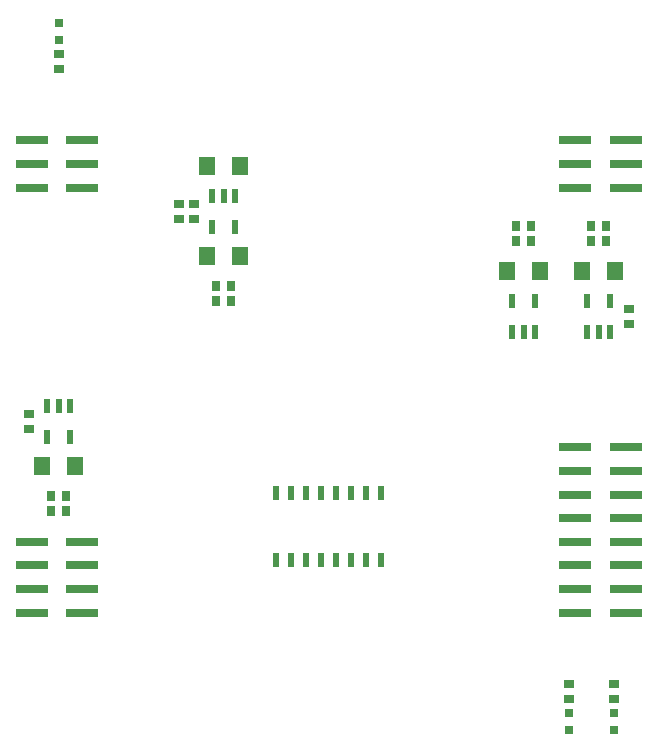
<source format=gbr>
G04 EAGLE Gerber RS-274X export*
G75*
%MOMM*%
%FSLAX34Y34*%
%LPD*%
%INSolderpaste Top*%
%IPPOS*%
%AMOC8*
5,1,8,0,0,1.08239X$1,22.5*%
G01*
%ADD10R,0.700000X0.900000*%
%ADD11R,1.400000X1.600000*%
%ADD12R,0.900000X0.700000*%
%ADD13R,0.800000X0.800000*%
%ADD14R,0.550000X1.200000*%
%ADD15R,2.700000X0.800000*%
%ADD16R,0.600000X1.200000*%


D10*
X191920Y416560D03*
X178920Y416560D03*
D11*
X171420Y441960D03*
X199420Y441960D03*
D12*
X45720Y613560D03*
X45720Y600560D03*
D13*
X45720Y639960D03*
X45720Y624960D03*
D10*
X178920Y403860D03*
X191920Y403860D03*
D14*
X194920Y493061D03*
X185420Y493061D03*
X175920Y493061D03*
X175920Y467059D03*
X194920Y467059D03*
D11*
X171420Y518160D03*
X199420Y518160D03*
D15*
X525820Y140360D03*
X525820Y160360D03*
X525820Y180360D03*
X482820Y180360D03*
X482820Y160360D03*
X482820Y140360D03*
X525820Y200360D03*
X525820Y220360D03*
X525820Y240360D03*
X482820Y240360D03*
X482820Y220360D03*
X482820Y200360D03*
X525820Y260360D03*
X525820Y280360D03*
X482820Y280360D03*
X482820Y260360D03*
X22820Y200360D03*
X22820Y180360D03*
X65820Y180360D03*
X65820Y200360D03*
X22820Y160360D03*
X22820Y140360D03*
X65820Y140360D03*
X65820Y160360D03*
X65820Y500360D03*
X65820Y520360D03*
X65820Y540360D03*
X22820Y540360D03*
X22820Y520360D03*
X22820Y500360D03*
X525820Y500360D03*
X525820Y520360D03*
X525820Y540360D03*
X482820Y540360D03*
X482820Y520360D03*
X482820Y500360D03*
D10*
X496420Y454660D03*
X509420Y454660D03*
D11*
X516920Y429260D03*
X488920Y429260D03*
D10*
X509420Y467360D03*
X496420Y467360D03*
X432920Y454660D03*
X445920Y454660D03*
X445920Y467360D03*
X432920Y467360D03*
D14*
X493420Y378159D03*
X502920Y378159D03*
X512420Y378159D03*
X512420Y404161D03*
X493420Y404161D03*
D12*
X528320Y397660D03*
X528320Y384660D03*
D14*
X429920Y378159D03*
X439420Y378159D03*
X448920Y378159D03*
X448920Y404161D03*
X429920Y404161D03*
D12*
X160020Y473560D03*
X160020Y486560D03*
X147320Y473560D03*
X147320Y486560D03*
D11*
X453420Y429260D03*
X425420Y429260D03*
D16*
X229870Y185360D03*
X242570Y185360D03*
X255270Y185360D03*
X267970Y185360D03*
X280670Y185360D03*
X293370Y185360D03*
X306070Y185360D03*
X318770Y185360D03*
X318770Y241360D03*
X306070Y241360D03*
X293370Y241360D03*
X280670Y241360D03*
X267970Y241360D03*
X255270Y241360D03*
X242570Y241360D03*
X229870Y241360D03*
D10*
X52220Y238760D03*
X39220Y238760D03*
D11*
X31720Y264160D03*
X59720Y264160D03*
D10*
X39220Y226060D03*
X52220Y226060D03*
D14*
X55220Y315261D03*
X45720Y315261D03*
X36220Y315261D03*
X36220Y289259D03*
X55220Y289259D03*
D12*
X20320Y295760D03*
X20320Y308760D03*
X515620Y67160D03*
X515620Y80160D03*
X477520Y67160D03*
X477520Y80160D03*
D13*
X515620Y40760D03*
X515620Y55760D03*
X477520Y40760D03*
X477520Y55760D03*
M02*

</source>
